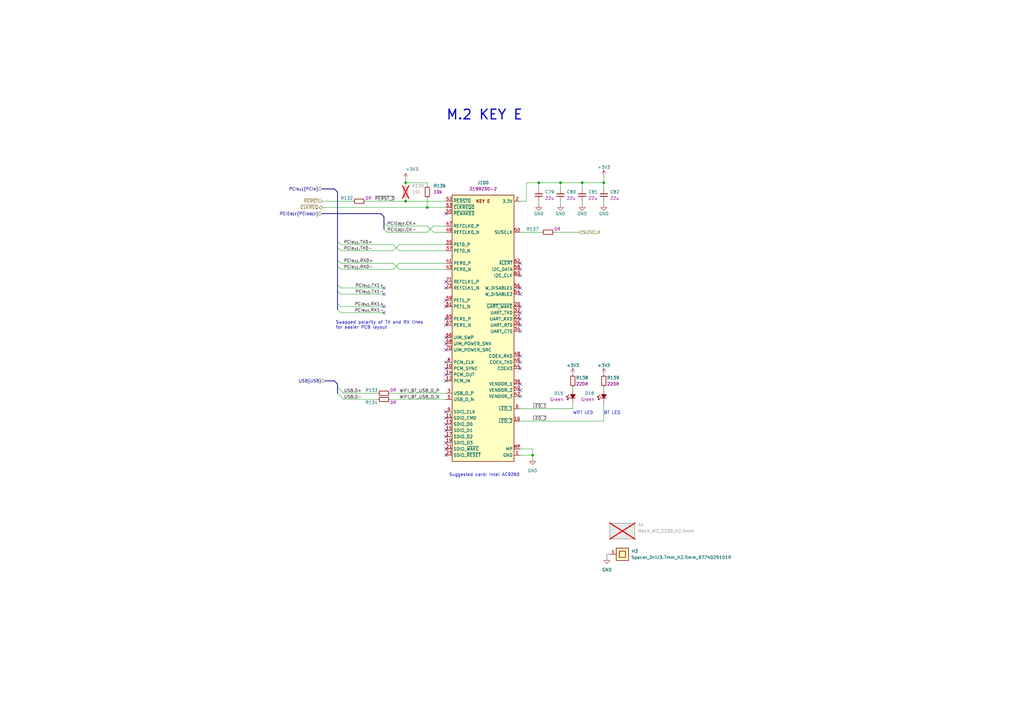
<source format=kicad_sch>
(kicad_sch (version 20231120) (generator "eeschema") (generator_version "8.0")
  (paper "A3")
  (title_block (title "Com Express 7 baseboard") (date "2024-03-28") (rev "1.0.0") (company "Antmicro Ltd."))
  (lib_symbols
    (symbol "antmicroCapacitors0603:C_22u_16V_0603" (pin_numbers hide) (pin_names hide)
      (property "Reference" "C" (at 20.32 -5.08 0))
      (property "Val" "22u" (at 20.32 -7.62 0))
      (symbol "C_22u_16V_0603_0_1"
        (polyline (pts (xy 2.032 -1.524) (xy 2.032 1.524)) (stroke (width 0.3048)))
        (polyline (pts (xy 3.048 -1.524) (xy 3.048 1.524)) (stroke (width 0.3302)))
      )
      (symbol "C_22u_16V_0603_1_1"
        (pin passive line (at 0 0 0) (length 2.032) (name "~") (number "1"))
        (pin passive line (at 5.08 0 180) (length 2.032) (name "~") (number "2"))
      )
    )
    (symbol "antmicroLEDIndicationDiscrete:LED_G_0603_LTST-C190GKT" (pin_numbers hide) (pin_names hide)
      (property "Reference" "D" (at 22.86 -2.54 0))
      (property "Color" "Green" (at 22.86 -5.08 0))
      (symbol "LED_G_0603_LTST-C190GKT_0_1"
        (polyline (pts (xy 1.905 0) (xy 0.635 0)))
        (polyline (pts (xy 4.445 0) (xy 3.175 0)))
      )
      (symbol "LED_G_0603_LTST-C190GKT_1_1"
        (polyline (pts (xy 1.778 1.016) (xy 1.778 -1.016)) (stroke (width 0.254)))
        (polyline (pts (xy 3.302 1.016) (xy 3.302 -1.016) (xy 1.778 0) (xy 3.302 1.016)) (stroke (width 0.254)) (fill (type outline)))
        (polyline (pts (xy 1.143 2.286) (xy 1.143 1.778) (xy 1.143 2.286) (xy 1.651 2.286) (xy 1.143 2.286) (xy 2.159 1.27)) (stroke (width 0.254)))
        (polyline (pts (xy 2.159 2.54) (xy 2.159 2.032) (xy 2.159 2.54) (xy 2.667 2.54) (xy 2.159 2.54) (xy 3.048 1.651)) (stroke (width 0.254)))
        (pin passive line (at 0 0 0) (length 0.635) (name "C") (number "1"))
        (pin passive line (at 5.08 0 180) (length 0.635) (name "A") (number "2"))
      )
    )
    (symbol "antmicroMechanicalParts:Spacer_Drill3.7mm_H2.5mm_9774025151R"
      (property "Reference" "H" (at 22.86 -2.54 0))
      (property "Value" "Spacer_Drill3.7mm_H2.5mm_9774025151R" (at 22.86 -5.08 0))
      (symbol "Spacer_Drill3.7mm_H2.5mm_9774025151R_1_1"
        (rectangle (start 2.54 -2.54) (end 7.62 2.54) (stroke (width 0.254)) (fill (type background)))
        (rectangle (start 3.81 -1.27) (end 6.35 1.27) (stroke (width 0.254)) (fill (type background)))
        (pin passive line (at 0 0 0) (length 2.54) (name "~") (number "1"))
      )
    )
    (symbol "antmicroModules:Mech_M2_2230_H2.5mm" (in_bom no)
      (property "Reference" "A" (at 25.4 0 0))
      (property "Value" "Mech_M2_2230_H2.5mm" (at 25.4 -2.54 0))
      (symbol "Mech_M2_2230_H2.5mm_1_1"
        (rectangle (start 10.16 -6.35) (end 0 0) (stroke (width 0.254)) (fill (type background)))
      )
    )
    (symbol "antmicroPciConnectors:Bus_M.2_2199230-2"
      (property "Reference" "J" (at 45.72 -1.27 0))
      (property "MPN" "2199230-2" (at 45.72 -3.81 0))
      (symbol "Bus_M.2_2199230-2_0_0"
        (text "KEY E" (at 15.24 0 0) (effects (font (size 1.27 1.27) (bold yes))))
      )
      (symbol "Bus_M.2_2199230-2_1_1"
        (rectangle (start 2.54 2.54) (end 27.94 -106.68) (stroke (width 0.254)) (fill (type background)))
        (pin power_in line (at 30.48 -104.14 180) (length 2.54) (name "GND") (number "1"))
        (pin bidirectional line (at 0 -68.58 0) (length 2.54) (name "PCM_SYNC") (number "10"))
        (pin bidirectional line (at 0 -88.9 0) (length 2.54) (name "SDIO_CMD") (number "11"))
        (pin bidirectional line (at 0 -73.66 0) (length 2.54) (name "PCM_IN") (number "12"))
        (pin bidirectional line (at 0 -91.44 0) (length 2.54) (name "SDIO_D0") (number "13"))
        (pin bidirectional line (at 0 -71.12 0) (length 2.54) (name "PCM_OUT") (number "14"))
        (pin bidirectional line (at 0 -93.98 0) (length 2.54) (name "SDIO_D1") (number "15"))
        (pin output line (at 30.48 -90.17 180) (length 2.54) (name "~{LED_2}") (number "16"))
        (pin bidirectional line (at 0 -96.52 0) (length 2.54) (name "SDIO_D2") (number "17"))
        (pin passive line (at 30.48 -104.14 180) (length 2.54) hide (name "GND") (number "18"))
        (pin bidirectional line (at 0 -99.06 0) (length 2.54) (name "SDIO_D3") (number "19"))
        (pin power_in line (at 30.48 0 180) (length 2.54) (name "3.3V") (number "2"))
        (pin output line (at 30.48 -43.18 180) (length 2.54) (name "~{UART_WAKE}") (number "20"))
        (pin bidirectional line (at 0 -101.6 0) (length 2.54) (name "SDIO_~{WAKE}") (number "21"))
        (pin bidirectional line (at 30.48 -48.26 180) (length 2.54) (name "UART_RXD") (number "22"))
        (pin input line (at 0 -104.14 0) (length 2.54) (name "SDIO_~{RESET}") (number "23"))
        (pin bidirectional line (at 0 -78.74 0) (length 2.54) (name "USB_D_P") (number "3"))
        (pin bidirectional line (at 30.48 -45.72 180) (length 2.54) (name "UART_TXD") (number "32"))
        (pin passive line (at 30.48 -104.14 180) (length 2.54) hide (name "GND") (number "33"))
        (pin bidirectional line (at 30.48 -53.34 180) (length 2.54) (name "UART_CTS") (number "34"))
        (pin input line (at 0 -17.78 0) (length 2.54) (name "PET0_P") (number "35"))
        (pin bidirectional line (at 30.48 -50.8 180) (length 2.54) (name "UART_RTS") (number "36"))
        (pin input line (at 0 -20.32 0) (length 2.54) (name "PET0_N") (number "37"))
        (pin bidirectional line (at 30.48 -74.93 180) (length 2.54) (name "VENDOR_1") (number "38"))
        (pin passive line (at 30.48 -104.14 180) (length 2.54) hide (name "GND") (number "39"))
        (pin passive line (at 30.48 0 180) (length 2.54) hide (name "3.3V") (number "4"))
        (pin bidirectional line (at 30.48 -77.47 180) (length 2.54) (name "VENDOR_2") (number "40"))
        (pin output line (at 0 -25.4 0) (length 2.54) (name "PER0_P") (number "41"))
        (pin bidirectional line (at 30.48 -80.01 180) (length 2.54) (name "VENDOR_3") (number "42"))
        (pin output line (at 0 -27.94 0) (length 2.54) (name "PER0_N") (number "43"))
        (pin bidirectional line (at 30.48 -68.58 180) (length 2.54) (name "COEX3") (number "44"))
        (pin passive line (at 30.48 -104.14 180) (length 2.54) hide (name "GND") (number "45"))
        (pin bidirectional line (at 30.48 -66.04 180) (length 2.54) (name "COEX_TXD") (number "46"))
        (pin input line (at 0 -10.16 0) (length 2.54) (name "REFCLK0_P") (number "47"))
        (pin bidirectional line (at 30.48 -63.5 180) (length 2.54) (name "COEX_RXD") (number "48"))
        (pin input line (at 0 -12.7 0) (length 2.54) (name "REFCLK0_N") (number "49"))
        (pin bidirectional line (at 0 -81.28 0) (length 2.54) (name "USB_D_N") (number "5"))
        (pin input line (at 30.48 -12.7 180) (length 2.54) (name "SUSCLK") (number "50"))
        (pin passive line (at 30.48 -104.14 180) (length 2.54) hide (name "GND") (number "51"))
        (pin input line (at 0 0 0) (length 2.54) (name "~{PERST0}") (number "52"))
        (pin output line (at 0 -2.54 0) (length 2.54) (name "~{CLKREQ0}") (number "53"))
        (pin input line (at 30.48 -38.1 180) (length 2.54) (name "W_DISABLE2") (number "54"))
        (pin output line (at 0 -5.08 0) (length 2.54) (name "~{PEWAKE0}") (number "55"))
        (pin input line (at 30.48 -35.56 180) (length 2.54) (name "W_DISABLE1") (number "56"))
        (pin passive line (at 30.48 -104.14 180) (length 2.54) hide (name "GND") (number "57"))
        (pin bidirectional line (at 30.48 -27.94 180) (length 2.54) (name "I2C_DATA") (number "58"))
        (pin input line (at 0 -40.64 0) (length 2.54) (name "PET1_P") (number "59"))
        (pin output line (at 30.48 -85.09 180) (length 2.54) (name "~{LED_1}") (number "6"))
        (pin bidirectional line (at 30.48 -30.48 180) (length 2.54) (name "I2C_CLK") (number "60"))
        (pin input line (at 0 -43.18 0) (length 2.54) (name "PET1_N") (number "61"))
        (pin output line (at 30.48 -25.4 180) (length 2.54) (name "~{ALERT}") (number "62"))
        (pin passive line (at 30.48 -104.14 180) (length 2.54) hide (name "GND") (number "63"))
        (pin no_connect line (at 27.94 -93.98 180) (length 2.54) hide (name "RFU") (number "64"))
        (pin output line (at 0 -48.26 0) (length 2.54) (name "PER1_P") (number "65"))
        (pin bidirectional line (at 0 -55.88 0) (length 2.54) (name "UIM_SWP") (number "66"))
        (pin output line (at 0 -50.8 0) (length 2.54) (name "PER1_N") (number "67"))
        (pin bidirectional line (at 0 -58.42 0) (length 2.54) (name "UIM_POWER_SNK") (number "68"))
        (pin passive line (at 30.48 -104.14 180) (length 2.54) hide (name "GND") (number "69"))
        (pin passive line (at 30.48 -104.14 180) (length 2.54) hide (name "GND") (number "7"))
        (pin bidirectional line (at 0 -60.96 0) (length 2.54) (name "UIM_POWER_SRC") (number "70"))
        (pin input line (at 0 -33.02 0) (length 2.54) (name "REFCLK1_P") (number "71"))
        (pin passive line (at 30.48 0 180) (length 2.54) hide (name "3.3V") (number "72"))
        (pin input line (at 0 -35.56 0) (length 2.54) (name "REFCLK1_N") (number "73"))
        (pin passive line (at 30.48 0 180) (length 2.54) hide (name "3.3V") (number "74"))
        (pin passive line (at 30.48 -104.14 180) (length 2.54) hide (name "GND") (number "75"))
        (pin bidirectional line (at 0 -66.04 0) (length 2.54) (name "PCM_CLK") (number "8"))
        (pin input line (at 0 -86.36 0) (length 2.54) (name "SDIO_CLK") (number "9"))
        (pin passive line (at 30.48 -101.6 180) (length 2.54) (name "MP") (number "MP"))
      )
    )
    (symbol "antmicroResistors0402:R_0R_0402" (pin_numbers hide) (pin_names hide)
      (property "Reference" "R" (at 20.32 -5.08 0))
      (property "Val" "0R" (at 20.32 -7.62 0))
      (symbol "R_0R_0402_0_1"
        (rectangle (start 0.635 0.889) (end 4.445 -0.889) (stroke (width 0.254)))
      )
      (symbol "R_0R_0402_1_1"
        (pin passive line (at 0 0 0) (length 0.635) (name "~") (number "1"))
        (pin passive line (at 5.08 0 180) (length 0.635) (name "~") (number "2"))
      )
    )
    (symbol "antmicroResistors0402:R_10k_0402" (pin_numbers hide) (pin_names hide)
      (property "Reference" "R" (at 20.32 -5.08 0))
      (property "Val" "10k" (at 20.32 -7.62 0))
      (symbol "R_10k_0402_0_1"
        (rectangle (start 0.635 0.889) (end 4.445 -0.889) (stroke (width 0.254)))
      )
      (symbol "R_10k_0402_1_1"
        (pin passive line (at 0 0 0) (length 0.635) (name "~") (number "1"))
        (pin passive line (at 5.08 0 180) (length 0.635) (name "~") (number "2"))
      )
    )
    (symbol "antmicroResistors0402:R_220R_0402" (pin_numbers hide) (pin_names hide)
      (property "Reference" "R" (at 20.32 -5.08 0))
      (property "Val" "220R" (at 20.32 -7.62 0))
      (symbol "R_220R_0402_0_1"
        (rectangle (start 0.635 0.889) (end 4.445 -0.889) (stroke (width 0.254)))
      )
      (symbol "R_220R_0402_1_1"
        (pin passive line (at 0 0 0) (length 0.635) (name "~") (number "1"))
        (pin passive line (at 5.08 0 180) (length 0.635) (name "~") (number "2"))
      )
    )
    (symbol "antmicropower:+3V3" (power) (pin_numbers hide) (pin_names hide)
      (property "Value" "+3V3" (at -3.175 2.54 0))
      (symbol "+3V3_0_1"
        (polyline (pts (xy 0 0) (xy 0 2.54)))
        (polyline (pts (xy 0 2.54) (xy -0.762 1.27)))
        (polyline (pts (xy 0 2.54) (xy 0.762 1.27)))
      )
      (symbol "+3V3_1_1"
        (pin power_in line (at 0 0 90) (length 0) hide (name "+3V3") (number "1"))
      )
    )
    (symbol "antmicropower:GND" (power) (pin_numbers hide) (pin_names hide)
      (property "Value" "GND" (at 8.89 -5.08 0))
      (symbol "GND_1_1"
        (polyline (pts (xy 0 0) (xy 0 -1.27) (xy 1.27 -1.27) (xy 0 -2.54) (xy -1.27 -1.27) (xy 0 -1.27)))
        (pin power_in line (at 0 0 270) (length 0) (name "GND") (number "1"))
      )
    )
  )
  (junction (at 166.37 82.55))
  (junction (at 175.26 85.09))
  (junction (at 218.44 186.69))
  (junction (at 166.37 74.93))
  (junction (at 247.65 74.93))
  (junction (at 238.76 74.93))
  (junction (at 229.87 74.93))
  (junction (at 220.98 74.93))
  (no_connect (at 213.36 157.48))
  (no_connect (at 213.36 160.02))
  (no_connect (at 213.36 128.27))
  (no_connect (at 182.88 181.61))
  (no_connect (at 157.48 118.11))
  (no_connect (at 182.88 151.13))
  (no_connect (at 182.88 125.73))
  (no_connect (at 182.88 186.69))
  (no_connect (at 213.36 146.05))
  (no_connect (at 182.88 176.53))
  (no_connect (at 182.88 148.59))
  (no_connect (at 182.88 156.21))
  (no_connect (at 213.36 133.35))
  (no_connect (at 182.88 133.35))
  (no_connect (at 182.88 118.11))
  (no_connect (at 213.36 110.49))
  (no_connect (at 182.88 184.15))
  (no_connect (at 182.88 168.91))
  (no_connect (at 213.36 118.11))
  (no_connect (at 213.36 113.03))
  (no_connect (at 182.88 115.57))
  (no_connect (at 213.36 148.59))
  (no_connect (at 182.88 87.63))
  (no_connect (at 182.88 153.67))
  (no_connect (at 182.88 143.51))
  (no_connect (at 182.88 140.97))
  (no_connect (at 213.36 130.81))
  (no_connect (at 213.36 162.56))
  (no_connect (at 182.88 173.99))
  (no_connect (at 157.48 125.73))
  (no_connect (at 182.88 138.43))
  (no_connect (at 213.36 120.65))
  (no_connect (at 213.36 135.89))
  (no_connect (at 157.48 120.65))
  (no_connect (at 182.88 179.07))
  (no_connect (at 182.88 123.19))
  (no_connect (at 213.36 107.95))
  (no_connect (at 182.88 130.81))
  (no_connect (at 182.88 171.45))
  (no_connect (at 213.36 125.73))
  (no_connect (at 213.36 151.13))
  (no_connect (at 157.48 128.27))
  (bus_entry (at 139.7 118.11) (size -1.27 -1.27))
  (bus_entry (at 138.43 161.29) (size 2.54 2.54))
  (bus_entry (at 138.43 99.06) (size 1.27 1.27))
  (bus_entry (at 138.43 106.68) (size 1.27 1.27))
  (bus_entry (at 138.43 158.75) (size 2.54 2.54))
  (bus_entry (at 139.7 128.27) (size -1.27 -1.27))
  (bus_entry (at 158.75 92.71) (size -1.27 -1.27))
  (bus_entry (at 138.43 109.22) (size 1.27 1.27))
  (bus_entry (at 158.75 95.25) (size -1.27 -1.27))
  (bus_entry (at 138.43 101.6) (size 1.27 1.27))
  (bus_entry (at 139.7 120.65) (size -1.27 -1.27))
  (bus_entry (at 139.7 125.73) (size -1.27 -1.27))
  (wire (pts (xy 175.26 95.25) (xy 158.75 95.25)))
  (wire (pts (xy 139.7 100.33) (xy 161.29 100.33)))
  (wire (pts (xy 166.37 73.66) (xy 166.37 74.93)))
  (bus (pts (xy 156.21 87.63) (xy 132.08 87.63)))
  (wire (pts (xy 229.87 83.82) (xy 229.87 82.55)))
  (bus (pts (xy 157.48 88.9) (xy 156.21 87.63)))
  (wire (pts (xy 166.37 81.28) (xy 166.37 82.55)))
  (wire (pts (xy 247.65 72.39) (xy 247.65 74.93)))
  (bus (pts (xy 157.48 93.98) (xy 157.48 91.44)))
  (wire (pts (xy 215.9 74.93) (xy 215.9 82.55)))
  (bus (pts (xy 132.08 77.47) (xy 137.16 77.47)))
  (wire (pts (xy 248.92 228.6) (xy 248.92 227.33)))
  (bus (pts (xy 137.16 156.21) (xy 138.43 157.48)))
  (wire (pts (xy 213.36 186.69) (xy 218.44 186.69)))
  (wire (pts (xy 238.76 74.93) (xy 238.76 77.47)))
  (wire (pts (xy 182.88 95.25) (xy 177.8 95.25)))
  (bus (pts (xy 138.43 78.74) (xy 138.43 99.06)))
  (wire (pts (xy 247.65 158.75) (xy 247.65 160.02)))
  (wire (pts (xy 163.83 100.33) (xy 161.29 102.87)))
  (wire (pts (xy 247.65 165.1) (xy 247.65 172.72)))
  (wire (pts (xy 229.87 74.93) (xy 229.87 77.47)))
  (wire (pts (xy 220.98 83.82) (xy 220.98 82.55)))
  (wire (pts (xy 163.83 100.33) (xy 182.88 100.33)))
  (wire (pts (xy 157.48 118.11) (xy 139.7 118.11)))
  (wire (pts (xy 218.44 186.69) (xy 218.44 187.96)))
  (wire (pts (xy 238.76 83.82) (xy 238.76 82.55)))
  (wire (pts (xy 234.95 165.1) (xy 234.95 167.64)))
  (wire (pts (xy 175.26 92.71) (xy 158.75 92.71)))
  (wire (pts (xy 163.83 107.95) (xy 161.29 110.49)))
  (wire (pts (xy 175.26 85.09) (xy 182.88 85.09)))
  (bus (pts (xy 133.35 156.21) (xy 137.16 156.21)))
  (bus (pts (xy 138.43 116.84) (xy 138.43 119.38)))
  (wire (pts (xy 157.48 128.27) (xy 139.7 128.27)))
  (wire (pts (xy 220.98 74.93) (xy 220.98 77.47)))
  (bus (pts (xy 138.43 99.06) (xy 138.43 101.6)))
  (wire (pts (xy 132.08 82.55) (xy 144.78 82.55)))
  (wire (pts (xy 166.37 82.55) (xy 182.88 82.55)))
  (wire (pts (xy 161.29 107.95) (xy 163.83 110.49)))
  (wire (pts (xy 227.33 95.25) (xy 237.49 95.25)))
  (wire (pts (xy 140.97 163.83) (xy 154.94 163.83)))
  (wire (pts (xy 213.36 184.15) (xy 218.44 184.15)))
  (wire (pts (xy 213.36 167.64) (xy 234.95 167.64)))
  (wire (pts (xy 161.29 110.49) (xy 139.7 110.49)))
  (wire (pts (xy 234.95 158.75) (xy 234.95 160.02)))
  (bus (pts (xy 138.43 124.46) (xy 138.43 127)))
  (wire (pts (xy 175.26 74.93) (xy 175.26 76.2)))
  (wire (pts (xy 157.48 125.73) (xy 139.7 125.73)))
  (wire (pts (xy 182.88 92.71) (xy 177.8 92.71)))
  (wire (pts (xy 132.08 85.09) (xy 175.26 85.09)))
  (bus (pts (xy 138.43 158.75) (xy 138.43 161.29)))
  (wire (pts (xy 247.65 74.93) (xy 247.65 77.47)))
  (bus (pts (xy 138.43 157.48) (xy 138.43 158.75)))
  (wire (pts (xy 175.26 92.71) (xy 177.8 95.25)))
  (wire (pts (xy 175.26 81.28) (xy 175.26 85.09)))
  (wire (pts (xy 177.8 92.71) (xy 175.26 95.25)))
  (wire (pts (xy 149.86 82.55) (xy 166.37 82.55)))
  (wire (pts (xy 247.65 83.82) (xy 247.65 82.55)))
  (wire (pts (xy 215.9 74.93) (xy 220.98 74.93)))
  (wire (pts (xy 163.83 102.87) (xy 182.88 102.87)))
  (bus (pts (xy 138.43 106.68) (xy 138.43 109.22)))
  (wire (pts (xy 215.9 82.55) (xy 213.36 82.55)))
  (wire (pts (xy 160.02 163.83) (xy 182.88 163.83)))
  (wire (pts (xy 213.36 95.25) (xy 222.25 95.25)))
  (wire (pts (xy 218.44 184.15) (xy 218.44 186.69)))
  (wire (pts (xy 229.87 74.93) (xy 238.76 74.93)))
  (wire (pts (xy 248.92 227.33) (xy 250.19 227.33)))
  (wire (pts (xy 161.29 100.33) (xy 163.83 102.87)))
  (wire (pts (xy 182.88 110.49) (xy 163.83 110.49)))
  (wire (pts (xy 220.98 74.93) (xy 229.87 74.93)))
  (wire (pts (xy 157.48 120.65) (xy 139.7 120.65)))
  (wire (pts (xy 238.76 74.93) (xy 247.65 74.93)))
  (bus (pts (xy 157.48 91.44) (xy 157.48 88.9)))
  (bus (pts (xy 138.43 101.6) (xy 138.43 106.68)))
  (wire (pts (xy 160.02 161.29) (xy 182.88 161.29)))
  (wire (pts (xy 161.29 107.95) (xy 139.7 107.95)))
  (wire (pts (xy 166.37 74.93) (xy 166.37 76.2)))
  (bus (pts (xy 137.16 77.47) (xy 138.43 78.74)))
  (wire (pts (xy 182.88 107.95) (xy 163.83 107.95)))
  (wire (pts (xy 175.26 74.93) (xy 166.37 74.93)))
  (bus (pts (xy 138.43 119.38) (xy 138.43 124.46)))
  (wire (pts (xy 139.7 102.87) (xy 161.29 102.87)))
  (wire (pts (xy 213.36 172.72) (xy 247.65 172.72)))
  (wire (pts (xy 140.97 161.29) (xy 154.94 161.29)))
  (bus (pts (xy 138.43 109.22) (xy 138.43 116.84)))
  (text "M.2 KEY E" (at 182.88 49.53 0) (effects (font (size 4 4) (thickness 0.508) (bold yes)) (justify left bottom)))
  (text "WiFi LED" (at 234.95 170.18 0) (effects (font (size 1.27 1.27)) (justify left bottom)))
  (text "Suggested card: Intel AC9260" (at 184.15 195.58 0) (effects (font (size 1.27 1.27)) (justify left bottom)))
  (text "BT LED" (at 247.65 170.18 0) (effects (font (size 1.27 1.27)) (justify left bottom)))
  (text "Swapped polarity of TX and RX lines\nfor easier PCB layout" (at 137.668 135.128 0) (effects (font (size 1.27 1.27)) (justify left bottom)))
  (label "~{LED_1}" (at 218.44 167.64 0))
  (label "PCIe_{x1}.TX0+" (at 140.97 100.33 0))
  (label "PCIe_{x1}.RX0-" (at 140.97 110.49 0))
  (label "USB.D+" (at 140.97 161.29 0))
  (label "PCIe_{x1}.RX1+" (at 157.48 125.73 180))
  (label "WIFI_BT_USB_D_P" (at 163.83 161.29 0))
  (label "~{LED_2}" (at 218.44 172.72 0))
  (label "PCIe_{x1}.RX1-" (at 157.48 128.27 180))
  (label "PCIE_{REF}.CK-" (at 158.75 95.25 0))
  (label "WIFI_BT_USB_D_N" (at 163.83 163.83 0))
  (label "PCIe_{x1}.TX1-" (at 157.48 120.65 180))
  (label "PCIe_{x1}.TX1+" (at 157.48 118.11 180))
  (label "~{PERST_D}" (at 153.67 82.55 0))
  (label "PCIE_{REF}.CK+" (at 158.75 92.71 0))
  (label "USB.D-" (at 140.97 163.83 0))
  (label "PCIe_{x1}.TX0-" (at 140.97 102.87 0))
  (label "PCIe_{x1}.RX0+" (at 140.97 107.95 0))
  (hierarchical_label "SUSCLK" (shape input) (at 237.49 95.25 0))
  (hierarchical_label "~{PERST}" (shape input) (at 132.08 82.55 180))
  (hierarchical_label "PCIE_{REF}{PCIe_{REF}}" (shape input) (at 132.08 87.63 180))
  (hierarchical_label "USB{USB}" (shape input) (at 133.35 156.21 180))
  (hierarchical_label "PCIe_{x1}{PCIe}" (shape input) (at 132.08 77.47 180))
  (hierarchical_label "~{CLKREQ}" (shape output) (at 132.08 85.09 180))
  (symbol (lib_id "antmicropower:GND") (at 247.65 83.82 0) (unit 1)
    (property "Reference" "#PWR0181" (effects (hide yes)))
    (property "Value" "GND" (at 247.65 87.63 0))
    (property "Author" "Antmicro" (effects (hide yes)))
    (property "License" "Apache-2.0" (effects (hide yes)))
  )
  (symbol (lib_id "antmicroResistors0402:R_220R_0402") (at 234.95 158.75 90) (unit 1)
    (property "Reference" "R138" (at 236.22 154.94 90) (effects (justify right)))
    (property "Value" "R_220R_0402" (effects (hide yes)))
    (property "Footprint" "antmicro-footprints:R_0402_1005Metric" (effects (hide yes)))
    (property "Datasheet" "https://www.bourns.com/docs/product-datasheets/cr.pdf" (effects (hide yes)))
    (property "MPN" "CR0402-FX-2200GLF" (effects (hide yes)))
    (property "Manufacturer" "Bourns" (effects (hide yes)))
    (property "License" "Apache-2.0" (effects (hide yes)))
    (property "Val" "220R" (at 236.22 157.48 90) (effects (justify right)))
    (property "Tolerance" "1%" (effects (hide yes)))
    (property "Author" "Antmicro" (effects (hide yes)))
    (property "Public" "False" (effects (hide yes)))
  )
  (symbol (lib_id "antmicroPciConnectors:Bus_M.2_2199230-2") (at 182.88 82.55 0) (unit 1)
    (property "Reference" "J100" (at 198.12 74.93 0))
    (property "Value" "Bus_M.2_2199230-2" (effects (hide yes)))
    (property "Footprint" "antmicro-footprints:Bus_M.2_Socket_Key_E_TE_2199230-6" (effects (hide yes)))
    (property "Datasheet" "https://eu.mouser.com/datasheet/2/418/9/ENG_DS_1_1773702_1NGFFQRG_EN_0214_1_1773702_1NGFF_-3328593.pdf" (effects (hide yes)))
    (property "MPN" "2199230-2" (at 198.12 77.47 0))
    (property "Manufacturer" "TE Connectivity" (effects (hide yes)))
    (property "Author" "Antmicro" (effects (hide yes)))
    (property "License" "Apache-2.0" (effects (hide yes)))
  )
  (symbol (lib_id "antmicroResistors0402:R_220R_0402") (at 247.65 158.75 90) (unit 1)
    (property "Reference" "R139" (at 248.92 154.94 90) (effects (justify right)))
    (property "Value" "R_220R_0402" (effects (hide yes)))
    (property "Footprint" "antmicro-footprints:R_0402_1005Metric" (effects (hide yes)))
    (property "Datasheet" "https://www.bourns.com/docs/product-datasheets/cr.pdf" (effects (hide yes)))
    (property "MPN" "CR0402-FX-2200GLF" (effects (hide yes)))
    (property "Manufacturer" "Bourns" (effects (hide yes)))
    (property "License" "Apache-2.0" (effects (hide yes)))
    (property "Val" "220R" (at 248.92 157.48 90) (effects (justify right)))
    (property "Tolerance" "1%" (effects (hide yes)))
    (property "Author" "Antmicro" (effects (hide yes)))
    (property "Public" "False" (effects (hide yes)))
  )
  (symbol (lib_id "antmicropower:GND") (at 238.76 83.82 0) (unit 1)
    (property "Reference" "#PWR0179" (effects (hide yes)))
    (property "Value" "GND" (at 238.76 87.63 0))
    (property "Author" "Antmicro" (effects (hide yes)))
    (property "License" "Apache-2.0" (effects (hide yes)))
  )
  (symbol (lib_id "antmicropower:GND") (at 248.92 228.6 0) (unit 1)
    (property "Reference" "#PWR0183" (effects (hide yes)))
    (property "Value" "GND" (at 248.92 233.68 0))
    (property "Author" "Antmicro" (effects (hide yes)))
    (property "License" "Apache-2.0" (effects (hide yes)))
  )
  (symbol (lib_id "antmicroMechanicalParts:Spacer_Drill3.7mm_H2.5mm_9774025151R") (at 250.19 227.33 0) (mirror x) (unit 1)
    (property "Reference" "H3" (at 260.35 226.06 0))
    (property "Value" "Spacer_Drill3.7mm_H2.5mm_9774025151R" (at 279.4 228.6 0))
    (property "Footprint" "antmicro-footprints:Spacer_Drill3.7mm_H2.5mm_9774025151R" (effects (hide yes)))
    (property "Datasheet" "https://www.we-online.com/components/products/datasheet/9774025151R.pdf" (effects (hide yes)))
    (property "Manufacturer" "Würth Elektronik" (effects (hide yes)))
    (property "MPN" "9774025151R" (effects (hide yes)))
    (property "Author" "Antmicro" (effects (hide yes)))
    (property "License" "Apache-2.0" (effects (hide yes)))
    (property "Public" "False" (effects (hide yes)))
  )
  (symbol (lib_id "antmicroCapacitors0603:C_22u_16V_0603") (at 229.87 82.55 90) (unit 1)
    (property "Reference" "C80" (at 232.41 78.7336 90) (effects (justify right)))
    (property "Value" "C_22u_16V_0603" (effects (hide yes)))
    (property "Footprint" "antmicro-footprints:C_0603_1608Metric" (effects (hide yes)))
    (property "Datasheet" "https://product.samsungsem.com/mlcc/CL10A226MO7JZN.do" (effects (hide yes)))
    (property "MPN" "CL10A226MO7JZNC" (effects (hide yes)))
    (property "Manufacturer" "Samsung Electro-Mechanics" (effects (hide yes)))
    (property "License" "Apache-2.0" (effects (hide yes)))
    (property "Author" "Antmicro" (effects (hide yes)))
    (property "Val" "22u" (at 232.41 81.2736 90) (effects (justify right)))
    (property "Voltage" "16V" (effects (hide yes)))
    (property "Public" "False" (effects (hide yes)))
  )
  (symbol (lib_id "antmicroLEDIndicationDiscrete:LED_G_0603_LTST-C190GKT") (at 234.95 165.1 90) (unit 1)
    (property "Reference" "D15" (at 231.14 161.29 90) (effects (justify left)))
    (property "Value" "LED_G_0603_LTST-C190GKT" (effects (hide yes)))
    (property "Footprint" "antmicro-footprints:LED_0603_1608Metric_G" (effects (hide yes)))
    (property "Datasheet" "https://media.digikey.com/pdf/Data%20Sheets/Lite-On%20PDFs/LTST-C190GKT.pdf" (effects (hide yes)))
    (property "MPN" "LTST-C190GKT" (effects (hide yes)))
    (property "Manufacturer" "Lite-On" (effects (hide yes)))
    (property "Author" "Antmicro" (effects (hide yes)))
    (property "License" "Apache-2.0" (effects (hide yes)))
    (property "Public" "False" (effects (hide yes)))
    (property "Color" "Green" (at 231.14 163.83 90) (effects (justify left)))
  )
  (symbol (lib_id "antmicroResistors0402:R_0R_0402") (at 154.94 161.29 0) (unit 1)
    (property "Reference" "R133" (at 152.4 160.02 0))
    (property "Value" "R_0R_0402" (effects (hide yes)))
    (property "Footprint" "antmicro-footprints:R_0402_1005Metric" (effects (hide yes)))
    (property "Datasheet" "https://industrial.panasonic.com/cdbs/www-data/pdf/RDA0000/AOA0000C301.pdf" (effects (hide yes)))
    (property "MPN" "ERJ2GE0R00X" (effects (hide yes)))
    (property "Manufacturer" "Panasonic" (effects (hide yes)))
    (property "License" "Apache-2.0" (effects (hide yes)))
    (property "Val" "0R" (at 161.29 160.02 0))
    (property "Current" "1A" (effects (hide yes)))
    (property "Author" "Antmicro" (effects (hide yes)))
    (property "Public" "False" (effects (hide yes)))
  )
  (symbol (lib_id "antmicropower:+3V3") (at 234.95 153.67 0) (unit 1)
    (property "Reference" "#PWR0178" (effects (hide yes)))
    (property "Value" "+3V3" (at 234.95 149.86 0))
    (property "Author" "Antmicro" (effects (hide yes)))
    (property "License" "Apache-2.0" (effects (hide yes)))
  )
  (symbol (lib_id "antmicropower:GND") (at 218.44 187.96 0) (unit 1)
    (property "Reference" "#PWR0175" (effects (hide yes)))
    (property "Value" "GND" (at 218.44 193.04 0))
    (property "Author" "Antmicro" (effects (hide yes)))
    (property "License" "Apache-2.0" (effects (hide yes)))
  )
  (symbol (lib_id "antmicroCapacitors0603:C_22u_16V_0603") (at 220.98 82.55 90) (unit 1)
    (property "Reference" "C79" (at 223.52 78.7336 90) (effects (justify right)))
    (property "Value" "C_22u_16V_0603" (effects (hide yes)))
    (property "Footprint" "antmicro-footprints:C_0603_1608Metric" (effects (hide yes)))
    (property "Datasheet" "https://product.samsungsem.com/mlcc/CL10A226MO7JZN.do" (effects (hide yes)))
    (property "MPN" "CL10A226MO7JZNC" (effects (hide yes)))
    (property "Manufacturer" "Samsung Electro-Mechanics" (effects (hide yes)))
    (property "License" "Apache-2.0" (effects (hide yes)))
    (property "Author" "Antmicro" (effects (hide yes)))
    (property "Val" "22u" (at 223.52 81.2736 90) (effects (justify right)))
    (property "Voltage" "16V" (effects (hide yes)))
    (property "Public" "False" (effects (hide yes)))
  )
  (symbol (lib_id "antmicroLEDIndicationDiscrete:LED_G_0603_LTST-C190GKT") (at 247.65 165.1 90) (unit 1)
    (property "Reference" "D16" (at 243.84 161.29 90) (effects (justify left)))
    (property "Value" "LED_G_0603_LTST-C190GKT" (effects (hide yes)))
    (property "Footprint" "antmicro-footprints:LED_0603_1608Metric_G" (effects (hide yes)))
    (property "Datasheet" "https://media.digikey.com/pdf/Data%20Sheets/Lite-On%20PDFs/LTST-C190GKT.pdf" (effects (hide yes)))
    (property "MPN" "LTST-C190GKT" (effects (hide yes)))
    (property "Manufacturer" "Lite-On" (effects (hide yes)))
    (property "Author" "Antmicro" (effects (hide yes)))
    (property "License" "Apache-2.0" (effects (hide yes)))
    (property "Public" "False" (effects (hide yes)))
    (property "Color" "Green" (at 243.84 163.83 90) (effects (justify left)))
  )
  (symbol (lib_id "antmicropower:GND") (at 220.98 83.82 0) (unit 1)
    (property "Reference" "#PWR0176" (effects (hide yes)))
    (property "Value" "GND" (at 220.98 87.63 0))
    (property "Author" "Antmicro" (effects (hide yes)))
    (property "License" "Apache-2.0" (effects (hide yes)))
  )
  (symbol (lib_id "antmicropower:+3V3") (at 166.37 73.66 0) (unit 1)
    (property "Reference" "#PWR0174" (effects (hide yes)))
    (property "Value" "+3V3" (at 166.37 70.104 0) (effects (justify left bottom)))
    (property "Author" "Antmicro" (effects (hide yes)))
    (property "License" "Apache-2.0" (effects (hide yes)))
  )
  (symbol (lib_id "antmicropower:+3V3") (at 247.65 153.67 0) (unit 1)
    (property "Reference" "#PWR0182" (effects (hide yes)))
    (property "Value" "+3V3" (at 247.65 149.86 0))
    (property "Author" "Antmicro" (effects (hide yes)))
    (property "License" "Apache-2.0" (effects (hide yes)))
  )
  (symbol (lib_id "antmicroCapacitors0603:C_22u_16V_0603") (at 247.65 82.55 90) (unit 1)
    (property "Reference" "C82" (at 250.19 78.7336 90) (effects (justify right)))
    (property "Value" "C_22u_16V_0603" (effects (hide yes)))
    (property "Footprint" "antmicro-footprints:C_0603_1608Metric" (effects (hide yes)))
    (property "Datasheet" "https://product.samsungsem.com/mlcc/CL10A226MO7JZN.do" (effects (hide yes)))
    (property "MPN" "CL10A226MO7JZNC" (effects (hide yes)))
    (property "Manufacturer" "Samsung Electro-Mechanics" (effects (hide yes)))
    (property "License" "Apache-2.0" (effects (hide yes)))
    (property "Author" "Antmicro" (effects (hide yes)))
    (property "Val" "22u" (at 250.19 81.2736 90) (effects (justify right)))
    (property "Voltage" "16V" (effects (hide yes)))
    (property "Public" "False" (effects (hide yes)))
  )
  (symbol (lib_id "antmicroResistors0402:R_0R_0402") (at 144.78 82.55 0) (unit 1)
    (property "Reference" "R132" (at 142.24 81.28 0))
    (property "Value" "R_0R_0402" (effects (hide yes)))
    (property "Footprint" "antmicro-footprints:R_0402_1005Metric" (effects (hide yes)))
    (property "Datasheet" "https://industrial.panasonic.com/cdbs/www-data/pdf/RDA0000/AOA0000C301.pdf" (effects (hide yes)))
    (property "MPN" "ERJ2GE0R00X" (effects (hide yes)))
    (property "Manufacturer" "Panasonic" (effects (hide yes)))
    (property "License" "Apache-2.0" (effects (hide yes)))
    (property "Author" "Antmicro" (effects (hide yes)))
    (property "Val" "0R" (at 151.13 81.28 0))
    (property "Current" "1A" (effects (hide yes)))
    (property "Public" "False" (effects (hide yes)))
  )
  (symbol (lib_id "antmicroResistors0402:R_10k_0402") (at 166.37 81.28 90) (unit 1) (dnp yes)
    (property "Reference" "R135" (at 168.91 76.2 90) (effects (justify right)))
    (property "Value" "R_10k_0402" (effects (hide yes)))
    (property "Footprint" "antmicro-footprints:R_0402_1005Metric" (effects (hide yes)))
    (property "Datasheet" "https://www.bourns.com/docs/product-datasheets/cr.pdf" (effects (hide yes)))
    (property "MPN" "CR0402-FX-1002GLF" (effects (hide yes)))
    (property "Manufacturer" "Bourns" (effects (hide yes)))
    (property "License" "Apache-2.0" (effects (hide yes)))
    (property "Author" "Antmicro" (effects (hide yes)))
    (property "Val" "10k" (at 168.91 78.74 90) (effects (justify right)))
    (property "Tolerance" "1%" (effects (hide yes)))
    (property "Public" "False" (effects (hide yes)))
  )
  (symbol (lib_id "antmicropower:+3V3") (at 247.65 72.39 0) (unit 1)
    (property "Reference" "#PWR0180" (effects (hide yes)))
    (property "Value" "+3V3" (at 247.65 68.58 0))
    (property "Author" "Antmicro" (effects (hide yes)))
    (property "License" "Apache-2.0" (effects (hide yes)))
  )
  (symbol (lib_id "antmicroResistors0402:R_0R_0402") (at 154.94 163.83 0) (unit 1)
    (property "Reference" "R134" (at 152.4 165.1 0))
    (property "Value" "R_0R_0402" (effects (hide yes)))
    (property "Footprint" "antmicro-footprints:R_0402_1005Metric" (effects (hide yes)))
    (property "Datasheet" "https://industrial.panasonic.com/cdbs/www-data/pdf/RDA0000/AOA0000C301.pdf" (effects (hide yes)))
    (property "MPN" "ERJ2GE0R00X" (effects (hide yes)))
    (property "Manufacturer" "Panasonic" (effects (hide yes)))
    (property "License" "Apache-2.0" (effects (hide yes)))
    (property "Val" "0R" (at 161.29 165.1 0))
    (property "Current" "1A" (effects (hide yes)))
    (property "Author" "Antmicro" (effects (hide yes)))
    (property "Public" "False" (effects (hide yes)))
  )
  (symbol (lib_id "antmicroModules:Mech_M2_2230_H2.5mm") (at 250.19 214.63 0) (unit 1) (in_bom no) (dnp yes)
    (property "Reference" "A4" (at 261.62 215.2649 0) (effects (justify left)))
    (property "Value" "Mech_M2_2230_H2.5mm" (at 261.62 217.8049 0) (effects (justify left)))
    (property "Footprint" "antmicro-footprints:Mech_M2_2230_H2.5mm" (effects (hide yes)))
    (property "License" "Apache-2.0" (effects (hide yes)))
    (property "Manufacturer" "None" (effects (hide yes)))
    (property "Author" "Antmicro" (effects (hide yes)))
    (property "Public" "False" (effects (hide yes)))
  )
  (symbol (lib_id "antmicroCapacitors0603:C_22u_16V_0603") (at 238.76 82.55 90) (unit 1)
    (property "Reference" "C81" (at 241.3 78.7336 90) (effects (justify right)))
    (property "Value" "C_22u_16V_0603" (effects (hide yes)))
    (property "Footprint" "antmicro-footprints:C_0603_1608Metric" (effects (hide yes)))
    (property "Datasheet" "https://product.samsungsem.com/mlcc/CL10A226MO7JZN.do" (effects (hide yes)))
    (property "MPN" "CL10A226MO7JZNC" (effects (hide yes)))
    (property "Manufacturer" "Samsung Electro-Mechanics" (effects (hide yes)))
    (property "License" "Apache-2.0" (effects (hide yes)))
    (property "Author" "Antmicro" (effects (hide yes)))
    (property "Val" "22u" (at 241.3 81.2736 90) (effects (justify right)))
    (property "Voltage" "16V" (effects (hide yes)))
    (property "Public" "False" (effects (hide yes)))
  )
  (symbol (lib_id "antmicroResistors0402:R_10k_0402") (at 175.26 81.28 90) (unit 1)
    (property "Reference" "R136" (at 177.8 76.2 90) (effects (justify right)))
    (property "Value" "R_10k_0402" (effects (hide yes)))
    (property "Footprint" "antmicro-footprints:R_0402_1005Metric" (effects (hide yes)))
    (property "Datasheet" "https://www.bourns.com/docs/product-datasheets/cr.pdf" (effects (hide yes)))
    (property "MPN" "CR0402-FX-1002GLF" (effects (hide yes)))
    (property "Manufacturer" "Bourns" (effects (hide yes)))
    (property "License" "Apache-2.0" (effects (hide yes)))
    (property "Author" "Antmicro" (effects (hide yes)))
    (property "Val" "10k" (at 177.8 78.74 90) (effects (justify right)))
    (property "Tolerance" "1%" (effects (hide yes)))
    (property "Public" "False" (effects (hide yes)))
  )
  (symbol (lib_id "antmicroResistors0402:R_0R_0402") (at 222.25 95.25 0) (unit 1)
    (property "Reference" "R137" (at 218.44 93.98 0))
    (property "Value" "R_0R_0402" (effects (hide yes)))
    (property "Footprint" "antmicro-footprints:R_0402_1005Metric" (effects (hide yes)))
    (property "Datasheet" "https://industrial.panasonic.com/cdbs/www-data/pdf/RDA0000/AOA0000C301.pdf" (effects (hide yes)))
    (property "MPN" "ERJ2GE0R00X" (effects (hide yes)))
    (property "Manufacturer" "Panasonic" (effects (hide yes)))
    (property "License" "Apache-2.0" (effects (hide yes)))
    (property "Val" "0R" (at 228.6 93.98 0))
    (property "Current" "1A" (effects (hide yes)))
    (property "Author" "Antmicro" (effects (hide yes)))
    (property "Public" "False" (effects (hide yes)))
  )
  (symbol (lib_id "antmicropower:GND") (at 229.87 83.82 0) (unit 1)
    (property "Reference" "#PWR0177" (effects (hide yes)))
    (property "Value" "GND" (at 229.87 87.63 0))
    (property "Author" "Antmicro" (effects (hide yes)))
    (property "License" "Apache-2.0" (effects (hide yes)))
  )
)
</source>
